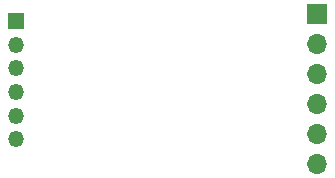
<source format=gbr>
%TF.GenerationSoftware,KiCad,Pcbnew,7.0.6-1.fc38*%
%TF.CreationDate,2023-08-14T18:08:00+02:00*%
%TF.ProjectId,ESP12F_PROGRAMMER,45535031-3246-45f5-9052-4f4752414d4d,rev?*%
%TF.SameCoordinates,Original*%
%TF.FileFunction,Soldermask,Bot*%
%TF.FilePolarity,Negative*%
%FSLAX46Y46*%
G04 Gerber Fmt 4.6, Leading zero omitted, Abs format (unit mm)*
G04 Created by KiCad (PCBNEW 7.0.6-1.fc38) date 2023-08-14 18:08:00*
%MOMM*%
%LPD*%
G01*
G04 APERTURE LIST*
%ADD10R,1.700000X1.700000*%
%ADD11O,1.700000X1.700000*%
%ADD12R,1.350000X1.350000*%
%ADD13O,1.350000X1.350000*%
G04 APERTURE END LIST*
D10*
%TO.C,J2*%
X140843000Y-91440000D03*
D11*
X140843000Y-93980000D03*
X140843000Y-96520000D03*
X140843000Y-99060000D03*
X140843000Y-101600000D03*
X140843000Y-104140000D03*
%TD*%
D12*
%TO.C,J1*%
X115316000Y-92075000D03*
D13*
X115316000Y-94075000D03*
X115316000Y-96075000D03*
X115316000Y-98075000D03*
X115316000Y-100075000D03*
X115316000Y-102075000D03*
%TD*%
M02*

</source>
